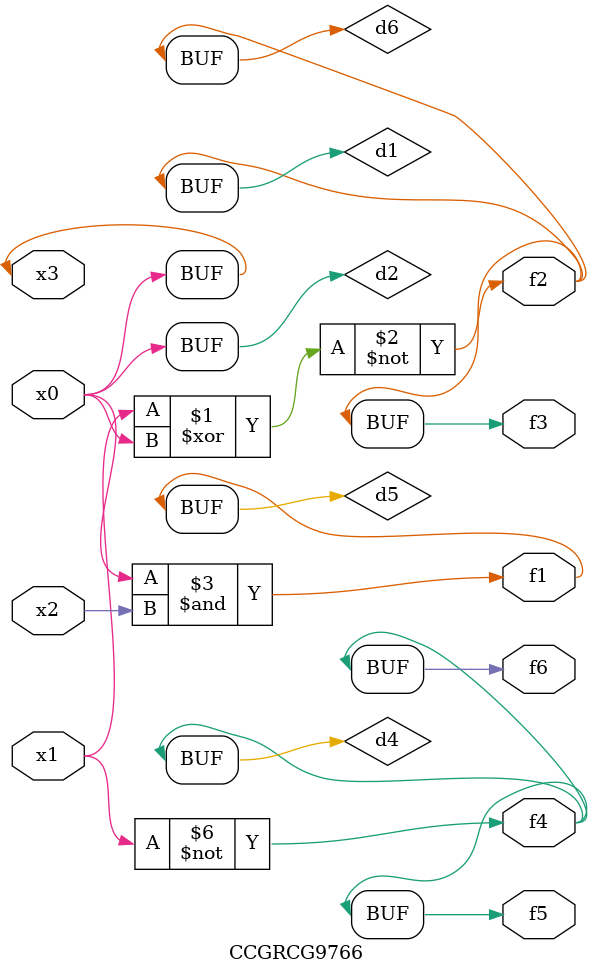
<source format=v>
module CCGRCG9766(
	input x0, x1, x2, x3,
	output f1, f2, f3, f4, f5, f6
);

	wire d1, d2, d3, d4, d5, d6;

	xnor (d1, x1, x3);
	buf (d2, x0, x3);
	nand (d3, x0, x2);
	not (d4, x1);
	nand (d5, d3);
	or (d6, d1);
	assign f1 = d5;
	assign f2 = d6;
	assign f3 = d6;
	assign f4 = d4;
	assign f5 = d4;
	assign f6 = d4;
endmodule

</source>
